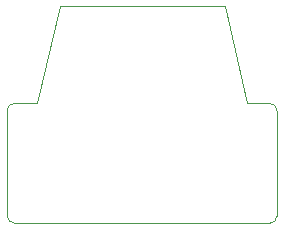
<source format=gm1>
G04 #@! TF.GenerationSoftware,KiCad,Pcbnew,(5.1.8)-1*
G04 #@! TF.CreationDate,2021-02-12T22:31:08+01:00*
G04 #@! TF.ProjectId,Sinclair,53696e63-6c61-4697-922e-6b696361645f,rev?*
G04 #@! TF.SameCoordinates,Original*
G04 #@! TF.FileFunction,Profile,NP*
%FSLAX46Y46*%
G04 Gerber Fmt 4.6, Leading zero omitted, Abs format (unit mm)*
G04 Created by KiCad (PCBNEW (5.1.8)-1) date 2021-02-12 22:31:08*
%MOMM*%
%LPD*%
G01*
G04 APERTURE LIST*
G04 #@! TA.AperFunction,Profile*
%ADD10C,0.050000*%
G04 #@! TD*
G04 APERTURE END LIST*
D10*
X151130000Y-83185000D02*
X153035000Y-83185000D01*
X133350000Y-83185000D02*
X131445000Y-83185000D01*
X153035000Y-83185000D02*
G75*
G02*
X153670000Y-83820000I0J-635000D01*
G01*
X130810000Y-83820000D02*
G75*
G02*
X131445000Y-83185000I635000J0D01*
G01*
X131445000Y-93345000D02*
G75*
G02*
X130810000Y-92710000I0J635000D01*
G01*
X153670000Y-92710000D02*
G75*
G02*
X153035000Y-93345000I-635000J0D01*
G01*
X149225000Y-74930000D02*
X151130000Y-83185000D01*
X135255000Y-74930000D02*
X133350000Y-83185000D01*
X153670000Y-83820000D02*
X153670000Y-92710000D01*
X135255000Y-74930000D02*
X149225000Y-74930000D01*
X130810000Y-92710000D02*
X130810000Y-83820000D01*
X153035000Y-93345000D02*
X131445000Y-93345000D01*
M02*

</source>
